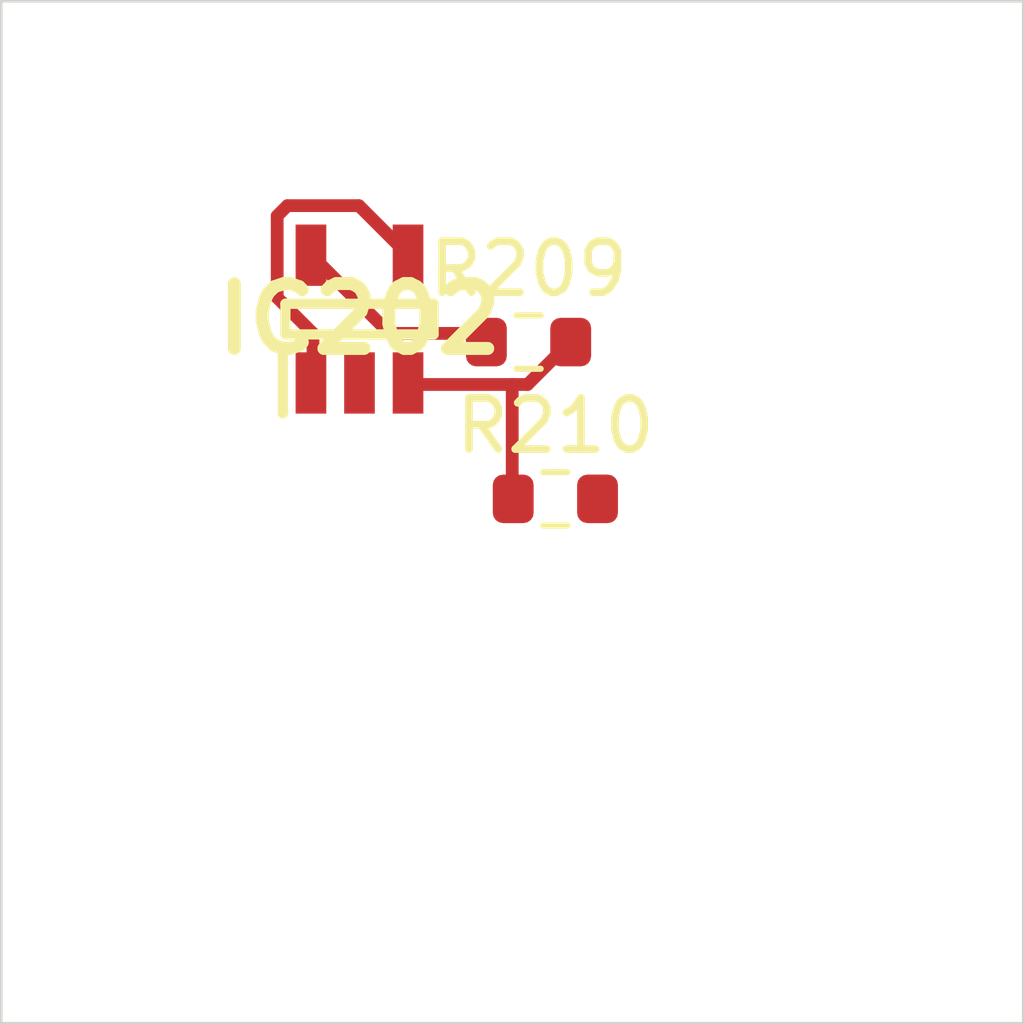
<source format=kicad_pcb>
 ( kicad_pcb  ( version 20171130 )
 ( host pcbnew 5.1.12-84ad8e8a86~92~ubuntu18.04.1 )
 ( general  ( thickness 1.6 )
 ( drawings 4 )
 ( tracks 0 )
 ( zones 0 )
 ( modules 3 )
 ( nets 5 )
)
 ( page A4 )
 ( layers  ( 0 F.Cu signal )
 ( 31 B.Cu signal )
 ( 32 B.Adhes user )
 ( 33 F.Adhes user )
 ( 34 B.Paste user )
 ( 35 F.Paste user )
 ( 36 B.SilkS user )
 ( 37 F.SilkS user )
 ( 38 B.Mask user )
 ( 39 F.Mask user )
 ( 40 Dwgs.User user )
 ( 41 Cmts.User user )
 ( 42 Eco1.User user )
 ( 43 Eco2.User user )
 ( 44 Edge.Cuts user )
 ( 45 Margin user )
 ( 46 B.CrtYd user )
 ( 47 F.CrtYd user )
 ( 48 B.Fab user )
 ( 49 F.Fab user )
)
 ( setup  ( last_trace_width 0.25 )
 ( trace_clearance 0.2 )
 ( zone_clearance 0.508 )
 ( zone_45_only no )
 ( trace_min 0.2 )
 ( via_size 0.8 )
 ( via_drill 0.4 )
 ( via_min_size 0.4 )
 ( via_min_drill 0.3 )
 ( uvia_size 0.3 )
 ( uvia_drill 0.1 )
 ( uvias_allowed no )
 ( uvia_min_size 0.2 )
 ( uvia_min_drill 0.1 )
 ( edge_width 0.05 )
 ( segment_width 0.2 )
 ( pcb_text_width 0.3 )
 ( pcb_text_size 1.5 1.5 )
 ( mod_edge_width 0.12 )
 ( mod_text_size 1 1 )
 ( mod_text_width 0.15 )
 ( pad_size 1.524 1.524 )
 ( pad_drill 0.762 )
 ( pad_to_mask_clearance 0 )
 ( aux_axis_origin 0 0 )
 ( visible_elements FFFFFF7F )
 ( pcbplotparams  ( layerselection 0x010fc_ffffffff )
 ( usegerberextensions false )
 ( usegerberattributes true )
 ( usegerberadvancedattributes true )
 ( creategerberjobfile true )
 ( excludeedgelayer true )
 ( linewidth 0.100000 )
 ( plotframeref false )
 ( viasonmask false )
 ( mode 1 )
 ( useauxorigin false )
 ( hpglpennumber 1 )
 ( hpglpenspeed 20 )
 ( hpglpendiameter 15.000000 )
 ( psnegative false )
 ( psa4output false )
 ( plotreference true )
 ( plotvalue true )
 ( plotinvisibletext false )
 ( padsonsilk false )
 ( subtractmaskfromsilk false )
 ( outputformat 1 )
 ( mirror false )
 ( drillshape 1 )
 ( scaleselection 1 )
 ( outputdirectory "" )
)
)
 ( net 0 "" )
 ( net 1 GND )
 ( net 2 VDDA )
 ( net 3 /Sheet6235D886/vp )
 ( net 4 "Net-(IC202-Pad3)" )
 ( net_class Default "This is the default net class."  ( clearance 0.2 )
 ( trace_width 0.25 )
 ( via_dia 0.8 )
 ( via_drill 0.4 )
 ( uvia_dia 0.3 )
 ( uvia_drill 0.1 )
 ( add_net /Sheet6235D886/vp )
 ( add_net GND )
 ( add_net "Net-(IC202-Pad3)" )
 ( add_net VDDA )
)
 ( module SOT95P280X145-5N locked  ( layer F.Cu )
 ( tedit 62336ED7 )
 ( tstamp 623423ED )
 ( at 87.010600 106.220000 90.000000 )
 ( descr DBV0005A )
 ( tags "Integrated Circuit" )
 ( path /6235D887/6266C08E )
 ( attr smd )
 ( fp_text reference IC202  ( at 0 0 )
 ( layer F.SilkS )
 ( effects  ( font  ( size 1.27 1.27 )
 ( thickness 0.254 )
)
)
)
 ( fp_text value TL071HIDBVR  ( at 0 0 )
 ( layer F.SilkS )
hide  ( effects  ( font  ( size 1.27 1.27 )
 ( thickness 0.254 )
)
)
)
 ( fp_line  ( start -1.85 -1.5 )
 ( end -0.65 -1.5 )
 ( layer F.SilkS )
 ( width 0.2 )
)
 ( fp_line  ( start -0.3 1.45 )
 ( end -0.3 -1.45 )
 ( layer F.SilkS )
 ( width 0.2 )
)
 ( fp_line  ( start 0.3 1.45 )
 ( end -0.3 1.45 )
 ( layer F.SilkS )
 ( width 0.2 )
)
 ( fp_line  ( start 0.3 -1.45 )
 ( end 0.3 1.45 )
 ( layer F.SilkS )
 ( width 0.2 )
)
 ( fp_line  ( start -0.3 -1.45 )
 ( end 0.3 -1.45 )
 ( layer F.SilkS )
 ( width 0.2 )
)
 ( fp_line  ( start -0.8 -0.5 )
 ( end 0.15 -1.45 )
 ( layer Dwgs.User )
 ( width 0.1 )
)
 ( fp_line  ( start -0.8 1.45 )
 ( end -0.8 -1.45 )
 ( layer Dwgs.User )
 ( width 0.1 )
)
 ( fp_line  ( start 0.8 1.45 )
 ( end -0.8 1.45 )
 ( layer Dwgs.User )
 ( width 0.1 )
)
 ( fp_line  ( start 0.8 -1.45 )
 ( end 0.8 1.45 )
 ( layer Dwgs.User )
 ( width 0.1 )
)
 ( fp_line  ( start -0.8 -1.45 )
 ( end 0.8 -1.45 )
 ( layer Dwgs.User )
 ( width 0.1 )
)
 ( fp_line  ( start -2.1 1.775 )
 ( end -2.1 -1.775 )
 ( layer Dwgs.User )
 ( width 0.05 )
)
 ( fp_line  ( start 2.1 1.775 )
 ( end -2.1 1.775 )
 ( layer Dwgs.User )
 ( width 0.05 )
)
 ( fp_line  ( start 2.1 -1.775 )
 ( end 2.1 1.775 )
 ( layer Dwgs.User )
 ( width 0.05 )
)
 ( fp_line  ( start -2.1 -1.775 )
 ( end 2.1 -1.775 )
 ( layer Dwgs.User )
 ( width 0.05 )
)
 ( pad 1 smd rect  ( at -1.25 -0.95 180.000000 )
 ( size 0.6 1.2 )
 ( layers F.Cu F.Mask F.Paste )
 ( net 3 /Sheet6235D886/vp )
)
 ( pad 2 smd rect  ( at -1.25 0 180.000000 )
 ( size 0.6 1.2 )
 ( layers F.Cu F.Mask F.Paste )
 ( net 1 GND )
)
 ( pad 3 smd rect  ( at -1.25 0.95 180.000000 )
 ( size 0.6 1.2 )
 ( layers F.Cu F.Mask F.Paste )
 ( net 4 "Net-(IC202-Pad3)" )
)
 ( pad 4 smd rect  ( at 1.25 0.95 180.000000 )
 ( size 0.6 1.2 )
 ( layers F.Cu F.Mask F.Paste )
 ( net 3 /Sheet6235D886/vp )
)
 ( pad 5 smd rect  ( at 1.25 -0.95 180.000000 )
 ( size 0.6 1.2 )
 ( layers F.Cu F.Mask F.Paste )
 ( net 2 VDDA )
)
)
 ( module Resistor_SMD:R_0603_1608Metric  ( layer F.Cu )
 ( tedit 5F68FEEE )
 ( tstamp 62342595 )
 ( at 90.319100 106.670000 )
 ( descr "Resistor SMD 0603 (1608 Metric), square (rectangular) end terminal, IPC_7351 nominal, (Body size source: IPC-SM-782 page 72, https://www.pcb-3d.com/wordpress/wp-content/uploads/ipc-sm-782a_amendment_1_and_2.pdf), generated with kicad-footprint-generator" )
 ( tags resistor )
 ( path /6235D887/623CDBD9 )
 ( attr smd )
 ( fp_text reference R209  ( at 0 -1.43 )
 ( layer F.SilkS )
 ( effects  ( font  ( size 1 1 )
 ( thickness 0.15 )
)
)
)
 ( fp_text value 100k  ( at 0 1.43 )
 ( layer F.Fab )
 ( effects  ( font  ( size 1 1 )
 ( thickness 0.15 )
)
)
)
 ( fp_line  ( start -0.8 0.4125 )
 ( end -0.8 -0.4125 )
 ( layer F.Fab )
 ( width 0.1 )
)
 ( fp_line  ( start -0.8 -0.4125 )
 ( end 0.8 -0.4125 )
 ( layer F.Fab )
 ( width 0.1 )
)
 ( fp_line  ( start 0.8 -0.4125 )
 ( end 0.8 0.4125 )
 ( layer F.Fab )
 ( width 0.1 )
)
 ( fp_line  ( start 0.8 0.4125 )
 ( end -0.8 0.4125 )
 ( layer F.Fab )
 ( width 0.1 )
)
 ( fp_line  ( start -0.237258 -0.5225 )
 ( end 0.237258 -0.5225 )
 ( layer F.SilkS )
 ( width 0.12 )
)
 ( fp_line  ( start -0.237258 0.5225 )
 ( end 0.237258 0.5225 )
 ( layer F.SilkS )
 ( width 0.12 )
)
 ( fp_line  ( start -1.48 0.73 )
 ( end -1.48 -0.73 )
 ( layer F.CrtYd )
 ( width 0.05 )
)
 ( fp_line  ( start -1.48 -0.73 )
 ( end 1.48 -0.73 )
 ( layer F.CrtYd )
 ( width 0.05 )
)
 ( fp_line  ( start 1.48 -0.73 )
 ( end 1.48 0.73 )
 ( layer F.CrtYd )
 ( width 0.05 )
)
 ( fp_line  ( start 1.48 0.73 )
 ( end -1.48 0.73 )
 ( layer F.CrtYd )
 ( width 0.05 )
)
 ( fp_text user %R  ( at 0 0 )
 ( layer F.Fab )
 ( effects  ( font  ( size 0.4 0.4 )
 ( thickness 0.06 )
)
)
)
 ( pad 1 smd roundrect  ( at -0.825 0 )
 ( size 0.8 0.95 )
 ( layers F.Cu F.Mask F.Paste )
 ( roundrect_rratio 0.25 )
 ( net 2 VDDA )
)
 ( pad 2 smd roundrect  ( at 0.825 0 )
 ( size 0.8 0.95 )
 ( layers F.Cu F.Mask F.Paste )
 ( roundrect_rratio 0.25 )
 ( net 4 "Net-(IC202-Pad3)" )
)
 ( model ${KISYS3DMOD}/Resistor_SMD.3dshapes/R_0603_1608Metric.wrl  ( at  ( xyz 0 0 0 )
)
 ( scale  ( xyz 1 1 1 )
)
 ( rotate  ( xyz 0 0 0 )
)
)
)
 ( module Resistor_SMD:R_0603_1608Metric  ( layer F.Cu )
 ( tedit 5F68FEEE )
 ( tstamp 623425A6 )
 ( at 90.844200 109.738000 )
 ( descr "Resistor SMD 0603 (1608 Metric), square (rectangular) end terminal, IPC_7351 nominal, (Body size source: IPC-SM-782 page 72, https://www.pcb-3d.com/wordpress/wp-content/uploads/ipc-sm-782a_amendment_1_and_2.pdf), generated with kicad-footprint-generator" )
 ( tags resistor )
 ( path /6235D887/623CDBDF )
 ( attr smd )
 ( fp_text reference R210  ( at 0 -1.43 )
 ( layer F.SilkS )
 ( effects  ( font  ( size 1 1 )
 ( thickness 0.15 )
)
)
)
 ( fp_text value 100k  ( at 0 1.43 )
 ( layer F.Fab )
 ( effects  ( font  ( size 1 1 )
 ( thickness 0.15 )
)
)
)
 ( fp_line  ( start 1.48 0.73 )
 ( end -1.48 0.73 )
 ( layer F.CrtYd )
 ( width 0.05 )
)
 ( fp_line  ( start 1.48 -0.73 )
 ( end 1.48 0.73 )
 ( layer F.CrtYd )
 ( width 0.05 )
)
 ( fp_line  ( start -1.48 -0.73 )
 ( end 1.48 -0.73 )
 ( layer F.CrtYd )
 ( width 0.05 )
)
 ( fp_line  ( start -1.48 0.73 )
 ( end -1.48 -0.73 )
 ( layer F.CrtYd )
 ( width 0.05 )
)
 ( fp_line  ( start -0.237258 0.5225 )
 ( end 0.237258 0.5225 )
 ( layer F.SilkS )
 ( width 0.12 )
)
 ( fp_line  ( start -0.237258 -0.5225 )
 ( end 0.237258 -0.5225 )
 ( layer F.SilkS )
 ( width 0.12 )
)
 ( fp_line  ( start 0.8 0.4125 )
 ( end -0.8 0.4125 )
 ( layer F.Fab )
 ( width 0.1 )
)
 ( fp_line  ( start 0.8 -0.4125 )
 ( end 0.8 0.4125 )
 ( layer F.Fab )
 ( width 0.1 )
)
 ( fp_line  ( start -0.8 -0.4125 )
 ( end 0.8 -0.4125 )
 ( layer F.Fab )
 ( width 0.1 )
)
 ( fp_line  ( start -0.8 0.4125 )
 ( end -0.8 -0.4125 )
 ( layer F.Fab )
 ( width 0.1 )
)
 ( fp_text user %R  ( at 0 0 )
 ( layer F.Fab )
 ( effects  ( font  ( size 0.4 0.4 )
 ( thickness 0.06 )
)
)
)
 ( pad 2 smd roundrect  ( at 0.825 0 )
 ( size 0.8 0.95 )
 ( layers F.Cu F.Mask F.Paste )
 ( roundrect_rratio 0.25 )
 ( net 1 GND )
)
 ( pad 1 smd roundrect  ( at -0.825 0 )
 ( size 0.8 0.95 )
 ( layers F.Cu F.Mask F.Paste )
 ( roundrect_rratio 0.25 )
 ( net 4 "Net-(IC202-Pad3)" )
)
 ( model ${KISYS3DMOD}/Resistor_SMD.3dshapes/R_0603_1608Metric.wrl  ( at  ( xyz 0 0 0 )
)
 ( scale  ( xyz 1 1 1 )
)
 ( rotate  ( xyz 0 0 0 )
)
)
)
 ( gr_line  ( start 100 100 )
 ( end 100 120 )
 ( layer Edge.Cuts )
 ( width 0.05 )
 ( tstamp 62E770C4 )
)
 ( gr_line  ( start 80 120 )
 ( end 100 120 )
 ( layer Edge.Cuts )
 ( width 0.05 )
 ( tstamp 62E770C0 )
)
 ( gr_line  ( start 80 100 )
 ( end 100 100 )
 ( layer Edge.Cuts )
 ( width 0.05 )
 ( tstamp 6234110C )
)
 ( gr_line  ( start 80 100 )
 ( end 80 120 )
 ( layer Edge.Cuts )
 ( width 0.05 )
)
 ( segment  ( start 89.500001 106.700002 )
 ( end 89.300001 106.500002 )
 ( width 0.250000 )
 ( layer F.Cu )
 ( net 2 )
)
 ( segment  ( start 89.300001 106.500002 )
 ( end 87.600001 106.500002 )
 ( width 0.250000 )
 ( layer F.Cu )
 ( net 2 )
)
 ( segment  ( start 87.600001 106.500002 )
 ( end 86.100001 105.000002 )
 ( width 0.250000 )
 ( layer F.Cu )
 ( net 2 )
)
 ( segment  ( start 88.000001 105.000002 )
 ( end 87.000001 104.000002 )
 ( width 0.250000 )
 ( layer F.Cu )
 ( net 3 )
)
 ( segment  ( start 87.000001 104.000002 )
 ( end 85.600001 104.000002 )
 ( width 0.250000 )
 ( layer F.Cu )
 ( net 3 )
)
 ( segment  ( start 85.600001 104.000002 )
 ( end 85.400001 104.200002 )
 ( width 0.250000 )
 ( layer F.Cu )
 ( net 3 )
)
 ( segment  ( start 85.400001 104.200002 )
 ( end 85.400001 105.800002 )
 ( width 0.250000 )
 ( layer F.Cu )
 ( net 3 )
)
 ( segment  ( start 85.400001 105.800002 )
 ( end 86.100001 106.500002 )
 ( width 0.250000 )
 ( layer F.Cu )
 ( net 3 )
)
 ( segment  ( start 86.100001 106.500002 )
 ( end 86.100001 107.500002 )
 ( width 0.250000 )
 ( layer F.Cu )
 ( net 3 )
)
 ( segment  ( start 91.100001 106.700002 )
 ( end 90.300001 107.500002 )
 ( width 0.250000 )
 ( layer F.Cu )
 ( net 4 )
)
 ( segment  ( start 90.300001 107.500002 )
 ( end 88.000001 107.500002 )
 ( width 0.250000 )
 ( layer F.Cu )
 ( net 4 )
)
 ( segment  ( start 90.000001 109.700002 )
 ( end 90.000001 107.500002 )
 ( width 0.250000 )
 ( layer F.Cu )
 ( net 4 )
)
)

</source>
